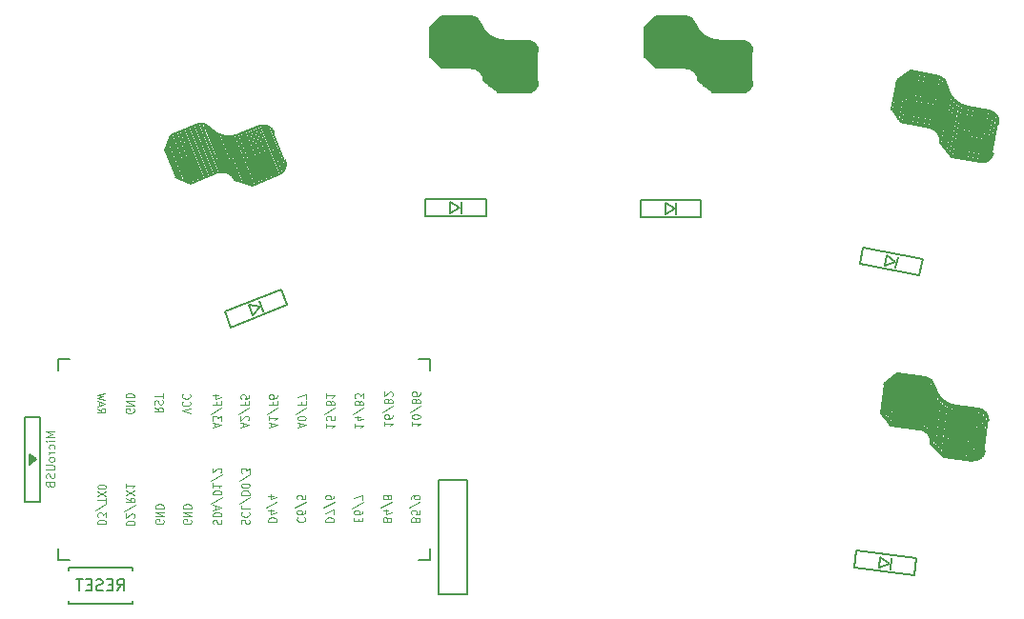
<source format=gbo>
%TF.GenerationSoftware,KiCad,Pcbnew,(5.1.9-0-10_14)*%
%TF.CreationDate,2021-06-22T22:50:01+09:00*%
%TF.ProjectId,quali5,7175616c-6935-42e6-9b69-6361645f7063,rev?*%
%TF.SameCoordinates,Original*%
%TF.FileFunction,Legend,Bot*%
%TF.FilePolarity,Positive*%
%FSLAX46Y46*%
G04 Gerber Fmt 4.6, Leading zero omitted, Abs format (unit mm)*
G04 Created by KiCad (PCBNEW (5.1.9-0-10_14)) date 2021-06-22 22:50:01*
%MOMM*%
%LPD*%
G01*
G04 APERTURE LIST*
%ADD10C,0.120000*%
%ADD11C,0.150000*%
%ADD12C,0.125000*%
G04 APERTURE END LIST*
D10*
%TO.C,SW2*%
X94541226Y-97482695D02*
X96226956Y-101655022D01*
X92760347Y-100682846D02*
X94541226Y-97482695D01*
X91130809Y-96649596D02*
X92760347Y-100682846D01*
X90238220Y-101647925D02*
X91130809Y-96649596D01*
X88571221Y-97521957D02*
X90238220Y-101647925D01*
D11*
X88153522Y-97555901D02*
X90564200Y-96581924D01*
X89895442Y-101867306D02*
X92282941Y-100902694D01*
X95378676Y-102024713D02*
X97742995Y-101069466D01*
X94169886Y-97497909D02*
X96001074Y-96758061D01*
X88593652Y-101314729D02*
X87600944Y-98857692D01*
X88153522Y-97555901D02*
X87587130Y-98890237D01*
X89895442Y-101867306D02*
X88561107Y-101300915D01*
X95378676Y-102024713D02*
X93812545Y-101551973D01*
X97009028Y-96917052D02*
X98357612Y-100254914D01*
X96795029Y-96787806D02*
X98293456Y-100496541D01*
X96618491Y-96751278D02*
X98191839Y-100645451D01*
X96441953Y-96714751D02*
X98090222Y-100794360D01*
X96284145Y-96724583D02*
X97969875Y-100896910D01*
X96126337Y-96734415D02*
X97830797Y-100953101D01*
X95987260Y-96790606D02*
X97710450Y-101055651D01*
X95848182Y-96846797D02*
X97571372Y-101111842D01*
X95709104Y-96902988D02*
X97432295Y-101168033D01*
X95570027Y-96959179D02*
X97293217Y-101224224D01*
X95430949Y-97015370D02*
X97154140Y-101280415D01*
X95291872Y-97071561D02*
X97015062Y-101336606D01*
X95152794Y-97127752D02*
X96875984Y-101392797D01*
X95013716Y-97183943D02*
X96736907Y-101448988D01*
X94874639Y-97240134D02*
X96597829Y-101505179D01*
X94735561Y-97296325D02*
X96458752Y-101561370D01*
X94596484Y-97352516D02*
X96319674Y-101617561D01*
X94457406Y-97408707D02*
X96180597Y-101673752D01*
X94318329Y-97464898D02*
X96041519Y-101729943D01*
X94179251Y-97521089D02*
X95902441Y-101786134D01*
X94040173Y-97577280D02*
X95744633Y-101795966D01*
X93882366Y-97587111D02*
X95624286Y-101898516D01*
X93743288Y-97643302D02*
X95485209Y-101954707D01*
X93604210Y-97699493D02*
X95327401Y-101964539D01*
X93446402Y-97709325D02*
X95150862Y-101928012D01*
X93269864Y-97672798D02*
X94974324Y-101891484D01*
X93112056Y-97682629D02*
X94779056Y-101808598D01*
X92935518Y-97646102D02*
X94602517Y-101772070D01*
X92758980Y-97609575D02*
X94407249Y-101689184D01*
X92582442Y-97573047D02*
X94230711Y-101652656D01*
X92387173Y-97490161D02*
X94054172Y-101616129D01*
X92191904Y-97407274D02*
X93858904Y-101533242D01*
X92024265Y-97259298D02*
X93578882Y-101107111D01*
X91875355Y-97157681D02*
X93429973Y-101005494D01*
X91707716Y-97009705D02*
X93262333Y-100857518D01*
X91558806Y-96908088D02*
X93132154Y-100802260D01*
X91372436Y-96713753D02*
X93020705Y-100793362D01*
X91223527Y-96612136D02*
X92909257Y-100784463D01*
X91046989Y-96575608D02*
X92751449Y-100794295D01*
X90870450Y-96539081D02*
X92574910Y-100757768D01*
X90712643Y-96548913D02*
X92435833Y-100813959D01*
X90573565Y-96605104D02*
X92296755Y-100870150D01*
X90434487Y-96661295D02*
X92138947Y-100879981D01*
X90295410Y-96717486D02*
X92018600Y-100982532D01*
X90156332Y-96773677D02*
X91879523Y-101038723D01*
X90017255Y-96829868D02*
X91740445Y-101094914D01*
X89878177Y-96886059D02*
X91601367Y-101151104D01*
X89739099Y-96942250D02*
X91462290Y-101207295D01*
X89600022Y-96998441D02*
X91323212Y-101263486D01*
X89460944Y-97054632D02*
X91184135Y-101319677D01*
X89321867Y-97110823D02*
X91045057Y-101375868D01*
X89182789Y-97167014D02*
X90905979Y-101432059D01*
X89043712Y-97223205D02*
X90766902Y-101488250D01*
X88904634Y-97279396D02*
X90627824Y-101544441D01*
X88765556Y-97335587D02*
X90488747Y-101600632D01*
X88626479Y-97391778D02*
X90349669Y-101656823D01*
X88487401Y-97447969D02*
X90210592Y-101713014D01*
X88348324Y-97504160D02*
X90071514Y-101769205D01*
X88209246Y-97560351D02*
X89932436Y-101825396D01*
X88107629Y-97709260D02*
X89755898Y-101788869D01*
X88024743Y-97904529D02*
X89560630Y-101705982D01*
X87941856Y-98099797D02*
X89365361Y-101623096D01*
X87858969Y-98295066D02*
X89170093Y-101540209D01*
X87803712Y-98425245D02*
X89039913Y-101484951D01*
X87748454Y-98555424D02*
X88909734Y-101429694D01*
X87693196Y-98685603D02*
X88779555Y-101374436D01*
X93812545Y-101551972D02*
G75*
G03*
X92282941Y-100902694I-1089441J-440163D01*
G01*
X91627002Y-96910838D02*
G75*
G03*
X94169886Y-97497909I1690654J1522272D01*
G01*
X97742995Y-101069466D02*
G75*
G03*
X98295572Y-99767675I-374607J927184D01*
G01*
X96001074Y-96758062D02*
G75*
G02*
X97302864Y-97310638I374607J-927183D01*
G01*
X90565575Y-96582672D02*
G75*
G02*
X91627001Y-96910838I311247J-873928D01*
G01*
D10*
%TO.C,SW4*%
X137190000Y-89270000D02*
X137190000Y-93770000D01*
X134340000Y-91570000D02*
X137190000Y-89270000D01*
X134340000Y-87220000D02*
X134340000Y-91570000D01*
X131640000Y-91520000D02*
X134340000Y-87220000D01*
X131640000Y-87070000D02*
X131640000Y-91520000D01*
D11*
X131240000Y-86945000D02*
X133840000Y-86945000D01*
X131240000Y-91595000D02*
X133815000Y-91595000D01*
X136265000Y-93795000D02*
X138815000Y-93795000D01*
X136840000Y-89145000D02*
X138815000Y-89145000D01*
X130240000Y-90595000D02*
X130240000Y-87945000D01*
X131240000Y-86945000D02*
X130215000Y-87970000D01*
X131240000Y-91595000D02*
X130215000Y-90570000D01*
X136265000Y-93795000D02*
X134990000Y-92770000D01*
X139690000Y-89670000D02*
X139690000Y-93270000D01*
X139540000Y-89470000D02*
X139540000Y-93470000D01*
X139390000Y-89370000D02*
X139390000Y-93570000D01*
X139240000Y-89270000D02*
X139240000Y-93670000D01*
X139090000Y-89220000D02*
X139090000Y-93720000D01*
X138940000Y-89170000D02*
X138940000Y-93720000D01*
X138790000Y-89170000D02*
X138790000Y-93770000D01*
X138640000Y-89170000D02*
X138640000Y-93770000D01*
X138490000Y-89170000D02*
X138490000Y-93770000D01*
X138340000Y-89170000D02*
X138340000Y-93770000D01*
X138190000Y-89170000D02*
X138190000Y-93770000D01*
X138040000Y-89170000D02*
X138040000Y-93770000D01*
X137890000Y-89170000D02*
X137890000Y-93770000D01*
X137740000Y-89170000D02*
X137740000Y-93770000D01*
X137590000Y-89170000D02*
X137590000Y-93770000D01*
X137440000Y-89170000D02*
X137440000Y-93770000D01*
X137290000Y-89170000D02*
X137290000Y-93770000D01*
X137140000Y-89170000D02*
X137140000Y-93770000D01*
X136990000Y-89170000D02*
X136990000Y-93770000D01*
X136840000Y-89170000D02*
X136840000Y-93770000D01*
X136690000Y-89170000D02*
X136690000Y-93720000D01*
X136540000Y-89120000D02*
X136540000Y-93770000D01*
X136390000Y-89120000D02*
X136390000Y-93770000D01*
X136240000Y-89120000D02*
X136240000Y-93720000D01*
X136090000Y-89070000D02*
X136090000Y-93620000D01*
X135940000Y-88970000D02*
X135940000Y-93520000D01*
X135790000Y-88920000D02*
X135790000Y-93370000D01*
X135640000Y-88820000D02*
X135640000Y-93270000D01*
X135490000Y-88720000D02*
X135490000Y-93120000D01*
X135340000Y-88620000D02*
X135340000Y-93020000D01*
X135190000Y-88470000D02*
X135190000Y-92920000D01*
X135040000Y-88320000D02*
X135040000Y-92770000D01*
X134940000Y-88120000D02*
X134940000Y-92270000D01*
X134840000Y-87970000D02*
X134840000Y-92120000D01*
X134740000Y-87770000D02*
X134740000Y-91920000D01*
X134640000Y-87620000D02*
X134640000Y-91820000D01*
X134540000Y-87370000D02*
X134540000Y-91770000D01*
X134440000Y-87220000D02*
X134440000Y-91720000D01*
X134290000Y-87120000D02*
X134290000Y-91670000D01*
X134140000Y-87020000D02*
X134140000Y-91570000D01*
X133990000Y-86970000D02*
X133990000Y-91570000D01*
X133840000Y-86970000D02*
X133840000Y-91570000D01*
X133690000Y-86970000D02*
X133690000Y-91520000D01*
X133540000Y-86970000D02*
X133540000Y-91570000D01*
X133390000Y-86970000D02*
X133390000Y-91570000D01*
X133240000Y-86970000D02*
X133240000Y-91570000D01*
X133090000Y-86970000D02*
X133090000Y-91570000D01*
X132940000Y-86970000D02*
X132940000Y-91570000D01*
X132790000Y-86970000D02*
X132790000Y-91570000D01*
X132640000Y-86970000D02*
X132640000Y-91570000D01*
X132490000Y-86970000D02*
X132490000Y-91570000D01*
X132340000Y-86970000D02*
X132340000Y-91570000D01*
X132190000Y-86970000D02*
X132190000Y-91570000D01*
X132040000Y-86970000D02*
X132040000Y-91570000D01*
X131890000Y-86970000D02*
X131890000Y-91570000D01*
X131740000Y-86970000D02*
X131740000Y-91570000D01*
X131590000Y-86970000D02*
X131590000Y-91570000D01*
X131440000Y-86970000D02*
X131440000Y-91570000D01*
X131290000Y-86970000D02*
X131290000Y-91570000D01*
X131140000Y-87070000D02*
X131140000Y-91470000D01*
X130990000Y-87220000D02*
X130990000Y-91320000D01*
X130840000Y-87370000D02*
X130840000Y-91170000D01*
X130690000Y-87520000D02*
X130690000Y-91020000D01*
X130590000Y-87620000D02*
X130590000Y-90920000D01*
X130490000Y-87720000D02*
X130490000Y-90820000D01*
X130390000Y-87820000D02*
X130390000Y-90720000D01*
X134990000Y-92770000D02*
G75*
G03*
X133815000Y-91595000I-1175000J0D01*
G01*
X134702199Y-87648096D02*
G75*
G03*
X136840000Y-89145000I2137801J778096D01*
G01*
X138815000Y-93795000D02*
G75*
G03*
X139815000Y-92795000I0J1000000D01*
G01*
X138815000Y-89145000D02*
G75*
G02*
X139815000Y-90145000I0J-1000000D01*
G01*
X133840995Y-86946209D02*
G75*
G02*
X134702199Y-87648096I-38796J-926887D01*
G01*
%TO.C,U1*%
X111160000Y-135290000D02*
X111160000Y-134280000D01*
X111160000Y-117490000D02*
X111160000Y-118490000D01*
X110160000Y-135290000D02*
X111160000Y-135290000D01*
X110110000Y-117490000D02*
X111160000Y-117490000D01*
X78110000Y-135290000D02*
X78110000Y-134340000D01*
X78110000Y-117490000D02*
X78110000Y-118490000D01*
X78110000Y-135290000D02*
X79110000Y-135290000D01*
X78110000Y-117490000D02*
X79110000Y-117490000D01*
X75210000Y-122640000D02*
X76510000Y-122640000D01*
X76510000Y-122640000D02*
X76510000Y-130140000D01*
X76510000Y-130140000D02*
X75210000Y-130140000D01*
X75210000Y-130140000D02*
X75210000Y-122640000D01*
X75560000Y-125890000D02*
X75560000Y-126890000D01*
X75560000Y-126890000D02*
X76210000Y-126390000D01*
X76210000Y-126390000D02*
X75560000Y-125890000D01*
X75710000Y-126040000D02*
X75710000Y-126740000D01*
X75860000Y-126140000D02*
X75860000Y-126640000D01*
X76010000Y-126240000D02*
X76010000Y-126540000D01*
%TO.C,D5*%
X152147208Y-135154662D02*
X152025338Y-136147208D01*
X151987018Y-135638748D02*
X151154662Y-135032792D01*
X151032792Y-136025338D02*
X151987018Y-135638748D01*
X151154662Y-135032792D02*
X151032792Y-136025338D01*
X149001527Y-134516543D02*
X148818723Y-136005362D01*
X154361277Y-135174638D02*
X154178473Y-136663457D01*
X149001527Y-134516543D02*
X154361277Y-135174638D01*
X154178473Y-136663457D02*
X148818723Y-136005362D01*
%TO.C,D4*%
X152692745Y-108389490D02*
X152510510Y-109372745D01*
X152503302Y-108862894D02*
X151709490Y-108207255D01*
X151527255Y-109190510D02*
X152503302Y-108862894D01*
X151709490Y-108207255D02*
X151527255Y-109190510D01*
X149591888Y-107560523D02*
X149318535Y-109035405D01*
X154901465Y-108544595D02*
X154628112Y-110019477D01*
X149591888Y-107560523D02*
X154901465Y-108544595D01*
X154628112Y-110019477D02*
X149318535Y-109035405D01*
%TO.C,D3*%
X133040000Y-103560000D02*
X133040000Y-104560000D01*
X132940000Y-104060000D02*
X132040000Y-103560000D01*
X132040000Y-104560000D02*
X132940000Y-104060000D01*
X132040000Y-103560000D02*
X132040000Y-104560000D01*
X129840000Y-103310000D02*
X129840000Y-104810000D01*
X135240000Y-103310000D02*
X135240000Y-104810000D01*
X129840000Y-103310000D02*
X135240000Y-103310000D01*
X135240000Y-104810000D02*
X129840000Y-104810000D01*
%TO.C,D2*%
X113910000Y-103490000D02*
X113910000Y-104490000D01*
X113810000Y-103990000D02*
X112910000Y-103490000D01*
X112910000Y-104490000D02*
X113810000Y-103990000D01*
X112910000Y-103490000D02*
X112910000Y-104490000D01*
X110710000Y-103240000D02*
X110710000Y-104740000D01*
X116110000Y-103240000D02*
X116110000Y-104740000D01*
X110710000Y-103240000D02*
X116110000Y-103240000D01*
X116110000Y-104740000D02*
X110710000Y-104740000D01*
%TO.C,D1*%
X95986289Y-112299105D02*
X96360895Y-113226289D01*
X96080874Y-112800157D02*
X95059105Y-112673711D01*
X95433711Y-113600895D02*
X96080874Y-112800157D01*
X95059105Y-112673711D02*
X95433711Y-113600895D01*
X92925649Y-113266050D02*
X93487559Y-114656826D01*
X97932441Y-111243174D02*
X98494351Y-112633950D01*
X92925649Y-113266050D02*
X97932441Y-111243174D01*
X98494351Y-112633950D02*
X93487559Y-114656826D01*
D10*
%TO.C,SW6*%
X158244369Y-121800670D02*
X157695957Y-126267128D01*
X155135313Y-123736199D02*
X158244369Y-121800670D01*
X155665444Y-119418623D02*
X155135313Y-123736199D01*
X152461532Y-123357524D02*
X155665444Y-119418623D01*
X153003850Y-118940694D02*
X152461532Y-123357524D01*
D11*
X152622065Y-118767878D02*
X155202685Y-119084738D01*
X152055373Y-123383217D02*
X154611179Y-123697031D01*
X156774805Y-126179212D02*
X159305797Y-126489979D01*
X157912211Y-121633948D02*
X159872490Y-121874640D01*
X151184696Y-122268802D02*
X151507650Y-119638555D01*
X152622065Y-118767878D02*
X151479789Y-119660321D01*
X152055373Y-123383217D02*
X151162929Y-122240941D01*
X156774805Y-126179212D02*
X155634224Y-125006469D01*
X160676986Y-122502362D02*
X160238257Y-126075528D01*
X160552478Y-122285572D02*
X160065001Y-126255757D01*
X160415783Y-122168037D02*
X159903932Y-126336731D01*
X160279088Y-122050502D02*
X159742863Y-126417705D01*
X160136300Y-121982595D02*
X159587888Y-126449052D01*
X159993511Y-121914687D02*
X159439006Y-126430772D01*
X159844630Y-121896406D02*
X159284031Y-126462119D01*
X159695748Y-121878126D02*
X159135149Y-126443838D01*
X159546866Y-121859846D02*
X158986267Y-126425558D01*
X159397984Y-121841565D02*
X158837385Y-126407278D01*
X159249102Y-121823285D02*
X158688503Y-126388997D01*
X159100220Y-121805004D02*
X158539621Y-126370717D01*
X158951338Y-121786724D02*
X158390739Y-126352436D01*
X158802456Y-121768444D02*
X158241857Y-126334156D01*
X158653574Y-121750163D02*
X158092975Y-126315876D01*
X158504692Y-121731883D02*
X157944093Y-126297595D01*
X158355810Y-121713602D02*
X157795211Y-126279315D01*
X158206928Y-121695322D02*
X157646329Y-126261034D01*
X158058046Y-121677042D02*
X157497447Y-126242754D01*
X157909165Y-121658761D02*
X157348566Y-126224474D01*
X157760283Y-121640481D02*
X157205777Y-126156566D01*
X157617494Y-121572573D02*
X157050802Y-126187913D01*
X157468612Y-121554293D02*
X156901920Y-126169632D01*
X157319730Y-121536012D02*
X156759131Y-126101725D01*
X157176942Y-121468105D02*
X156622436Y-125984190D01*
X157040247Y-121350570D02*
X156485741Y-125866655D01*
X156897458Y-121282662D02*
X156355140Y-125699492D01*
X156760763Y-121165127D02*
X156218445Y-125581957D01*
X156624068Y-121047592D02*
X156087843Y-125414795D01*
X156487373Y-120930057D02*
X155951148Y-125297260D01*
X156356772Y-120762895D02*
X155814453Y-125179725D01*
X156226170Y-120595732D02*
X155683852Y-125012563D01*
X156151290Y-120385036D02*
X155645532Y-124504103D01*
X156070315Y-120223967D02*
X155564558Y-124343034D01*
X155995435Y-120013271D02*
X155489677Y-124132338D01*
X155914460Y-119852202D02*
X155402609Y-124020896D01*
X155845673Y-119591879D02*
X155309448Y-123959082D01*
X155764699Y-119430810D02*
X155216287Y-123897268D01*
X155628004Y-119313275D02*
X155073498Y-123829360D01*
X155491309Y-119195740D02*
X154936803Y-123711825D01*
X155348521Y-119127832D02*
X154787922Y-123693544D01*
X155199639Y-119109552D02*
X154639040Y-123675264D01*
X155050757Y-119091271D02*
X154496251Y-123607356D01*
X154901875Y-119072991D02*
X154341276Y-123638703D01*
X154752993Y-119054710D02*
X154192394Y-123620423D01*
X154604111Y-119036430D02*
X154043512Y-123602142D01*
X154455229Y-119018150D02*
X153894630Y-123583862D01*
X154306347Y-118999869D02*
X153745748Y-123565582D01*
X154157465Y-118981589D02*
X153596866Y-123547301D01*
X154008583Y-118963308D02*
X153447984Y-123529021D01*
X153859701Y-118945028D02*
X153299102Y-123510740D01*
X153710819Y-118926748D02*
X153150220Y-123492460D01*
X153561937Y-118908467D02*
X153001338Y-123474180D01*
X153413056Y-118890187D02*
X152852457Y-123455899D01*
X153264174Y-118871906D02*
X152703575Y-123437619D01*
X153115292Y-118853626D02*
X152554693Y-123419338D01*
X152966410Y-118835346D02*
X152405811Y-123401058D01*
X152817528Y-118817065D02*
X152256929Y-123382778D01*
X152668646Y-118798785D02*
X152108047Y-123364497D01*
X152507577Y-118879759D02*
X151971352Y-123246962D01*
X152340415Y-119010361D02*
X151840750Y-123079800D01*
X152173252Y-119140962D02*
X151710149Y-122912638D01*
X152006090Y-119271564D02*
X151579547Y-122745475D01*
X151894649Y-119358631D02*
X151492480Y-122634034D01*
X151783207Y-119445699D02*
X151405412Y-122522592D01*
X151671765Y-119532767D02*
X151318344Y-122411151D01*
X155634225Y-125006469D02*
G75*
G03*
X154611179Y-123697031I-1166242J143196D01*
G01*
X155972771Y-119887669D02*
G75*
G03*
X157912211Y-121633948I2216693J511764D01*
G01*
X159305798Y-126489979D02*
G75*
G03*
X160420213Y-125619302I121869J992546D01*
G01*
X159872490Y-121874640D02*
G75*
G02*
X160743167Y-122989055I-121869J-992546D01*
G01*
X155203526Y-119086059D02*
G75*
G02*
X155972772Y-119887669I-151466J-915250D01*
G01*
%TO.C,SW3*%
X111340000Y-87820000D02*
X111340000Y-90720000D01*
X111440000Y-87720000D02*
X111440000Y-90820000D01*
X111540000Y-87620000D02*
X111540000Y-90920000D01*
X111640000Y-87520000D02*
X111640000Y-91020000D01*
X111790000Y-87370000D02*
X111790000Y-91170000D01*
X111940000Y-87220000D02*
X111940000Y-91320000D01*
X112090000Y-87070000D02*
X112090000Y-91470000D01*
X112240000Y-86970000D02*
X112240000Y-91570000D01*
X112390000Y-86970000D02*
X112390000Y-91570000D01*
X112540000Y-86970000D02*
X112540000Y-91570000D01*
X112690000Y-86970000D02*
X112690000Y-91570000D01*
X112840000Y-86970000D02*
X112840000Y-91570000D01*
X112990000Y-86970000D02*
X112990000Y-91570000D01*
X113140000Y-86970000D02*
X113140000Y-91570000D01*
X113290000Y-86970000D02*
X113290000Y-91570000D01*
X113440000Y-86970000D02*
X113440000Y-91570000D01*
X113590000Y-86970000D02*
X113590000Y-91570000D01*
X113740000Y-86970000D02*
X113740000Y-91570000D01*
X113890000Y-86970000D02*
X113890000Y-91570000D01*
X114040000Y-86970000D02*
X114040000Y-91570000D01*
X114190000Y-86970000D02*
X114190000Y-91570000D01*
X114340000Y-86970000D02*
X114340000Y-91570000D01*
X114490000Y-86970000D02*
X114490000Y-91570000D01*
X114640000Y-86970000D02*
X114640000Y-91520000D01*
X114790000Y-86970000D02*
X114790000Y-91570000D01*
X114940000Y-86970000D02*
X114940000Y-91570000D01*
X115090000Y-87020000D02*
X115090000Y-91570000D01*
X115240000Y-87120000D02*
X115240000Y-91670000D01*
X115390000Y-87220000D02*
X115390000Y-91720000D01*
X115490000Y-87370000D02*
X115490000Y-91770000D01*
X115590000Y-87620000D02*
X115590000Y-91820000D01*
X115690000Y-87770000D02*
X115690000Y-91920000D01*
X115790000Y-87970000D02*
X115790000Y-92120000D01*
X115890000Y-88120000D02*
X115890000Y-92270000D01*
X115990000Y-88320000D02*
X115990000Y-92770000D01*
X116140000Y-88470000D02*
X116140000Y-92920000D01*
X116290000Y-88620000D02*
X116290000Y-93020000D01*
X116440000Y-88720000D02*
X116440000Y-93120000D01*
X116590000Y-88820000D02*
X116590000Y-93270000D01*
X116740000Y-88920000D02*
X116740000Y-93370000D01*
X116890000Y-88970000D02*
X116890000Y-93520000D01*
X117040000Y-89070000D02*
X117040000Y-93620000D01*
X117190000Y-89120000D02*
X117190000Y-93720000D01*
X117340000Y-89120000D02*
X117340000Y-93770000D01*
X117490000Y-89120000D02*
X117490000Y-93770000D01*
X117640000Y-89170000D02*
X117640000Y-93720000D01*
X117790000Y-89170000D02*
X117790000Y-93770000D01*
X117940000Y-89170000D02*
X117940000Y-93770000D01*
X118090000Y-89170000D02*
X118090000Y-93770000D01*
X118240000Y-89170000D02*
X118240000Y-93770000D01*
X118390000Y-89170000D02*
X118390000Y-93770000D01*
X118540000Y-89170000D02*
X118540000Y-93770000D01*
X118690000Y-89170000D02*
X118690000Y-93770000D01*
X118840000Y-89170000D02*
X118840000Y-93770000D01*
X118990000Y-89170000D02*
X118990000Y-93770000D01*
X119140000Y-89170000D02*
X119140000Y-93770000D01*
X119290000Y-89170000D02*
X119290000Y-93770000D01*
X119440000Y-89170000D02*
X119440000Y-93770000D01*
X119590000Y-89170000D02*
X119590000Y-93770000D01*
X119740000Y-89170000D02*
X119740000Y-93770000D01*
X119890000Y-89170000D02*
X119890000Y-93720000D01*
X120040000Y-89220000D02*
X120040000Y-93720000D01*
X120190000Y-89270000D02*
X120190000Y-93670000D01*
X120340000Y-89370000D02*
X120340000Y-93570000D01*
X120490000Y-89470000D02*
X120490000Y-93470000D01*
X120640000Y-89670000D02*
X120640000Y-93270000D01*
X117215000Y-93795000D02*
X115940000Y-92770000D01*
X112190000Y-91595000D02*
X111165000Y-90570000D01*
X112190000Y-86945000D02*
X111165000Y-87970000D01*
X111190000Y-90595000D02*
X111190000Y-87945000D01*
X117790000Y-89145000D02*
X119765000Y-89145000D01*
X117215000Y-93795000D02*
X119765000Y-93795000D01*
X112190000Y-91595000D02*
X114765000Y-91595000D01*
X112190000Y-86945000D02*
X114790000Y-86945000D01*
D10*
X112590000Y-87070000D02*
X112590000Y-91520000D01*
X112590000Y-91520000D02*
X115290000Y-87220000D01*
X115290000Y-87220000D02*
X115290000Y-91570000D01*
X115290000Y-91570000D02*
X118140000Y-89270000D01*
X118140000Y-89270000D02*
X118140000Y-93770000D01*
D11*
X114790995Y-86946209D02*
G75*
G02*
X115652199Y-87648096I-38796J-926887D01*
G01*
X119765000Y-89145000D02*
G75*
G02*
X120765000Y-90145000I0J-1000000D01*
G01*
X119765000Y-93795000D02*
G75*
G03*
X120765000Y-92795000I0J1000000D01*
G01*
X115652199Y-87648096D02*
G75*
G03*
X117790000Y-89145000I2137801J778096D01*
G01*
X115940000Y-92770000D02*
G75*
G03*
X114765000Y-91595000I-1175000J0D01*
G01*
%TO.C,OL1*%
X114480000Y-138360000D02*
X111940000Y-138360000D01*
X114480000Y-128200000D02*
X114480000Y-138360000D01*
X111940000Y-128200000D02*
X114480000Y-128200000D01*
X111940000Y-138360000D02*
X111940000Y-128200000D01*
%TO.C,SW1*%
X79060000Y-135990000D02*
X79060000Y-136240000D01*
X84760000Y-135990000D02*
X79060000Y-135990000D01*
X84760000Y-135990000D02*
X84760000Y-136240000D01*
X84760000Y-139190000D02*
X84760000Y-138940000D01*
X79060000Y-139190000D02*
X79060000Y-138940000D01*
X84760000Y-139190000D02*
X79060000Y-139190000D01*
%TO.C,SW5*%
X152815433Y-92551270D02*
X152286950Y-95402709D01*
X152931982Y-92471168D02*
X152367052Y-95519258D01*
X153048531Y-92391066D02*
X152447154Y-95635807D01*
X153165080Y-92310964D02*
X152527256Y-95752356D01*
X153339904Y-92190811D02*
X152647409Y-95927180D01*
X153514727Y-92070658D02*
X152767562Y-96102004D01*
X153689551Y-91950506D02*
X152887715Y-96276827D01*
X153855263Y-91879515D02*
X153016979Y-96402488D01*
X154002751Y-91906851D02*
X153164467Y-96429823D01*
X154150239Y-91934186D02*
X153311956Y-96457159D01*
X154297727Y-91961521D02*
X153459444Y-96484494D01*
X154445216Y-91988857D02*
X153606932Y-96511829D01*
X154592704Y-92016192D02*
X153754420Y-96539165D01*
X154740192Y-92043527D02*
X153901909Y-96566500D01*
X154887680Y-92070863D02*
X154049397Y-96593835D01*
X155035169Y-92098198D02*
X154196885Y-96621171D01*
X155182657Y-92125533D02*
X154344373Y-96648506D01*
X155330145Y-92152869D02*
X154491862Y-96675841D01*
X155477633Y-92180204D02*
X154639350Y-96703177D01*
X155625122Y-92207539D02*
X154786838Y-96730512D01*
X155772610Y-92234875D02*
X154934326Y-96757847D01*
X155920098Y-92262210D02*
X155081815Y-96785183D01*
X156067586Y-92289545D02*
X155229303Y-96812518D01*
X156215074Y-92316881D02*
X155385903Y-96790690D01*
X156362563Y-92344216D02*
X155524279Y-96867189D01*
X156510051Y-92371551D02*
X155671768Y-96894524D01*
X156648427Y-92448049D02*
X155819256Y-96921859D01*
X156777692Y-92573710D02*
X155948520Y-97047520D01*
X156906957Y-92699371D02*
X156086897Y-97124018D01*
X156977947Y-92865083D02*
X156176111Y-97191404D01*
X157030714Y-93129120D02*
X156265324Y-97258791D01*
X157101704Y-93294832D02*
X156345426Y-97375340D01*
X157163582Y-93509706D02*
X156407305Y-97590214D01*
X157234572Y-93675418D02*
X156478295Y-97755926D01*
X157296451Y-93890293D02*
X156485503Y-98265777D01*
X157416604Y-94065116D02*
X156605655Y-98440601D01*
X157536756Y-94239940D02*
X156734920Y-98566261D01*
X157666021Y-94365601D02*
X156864185Y-98691922D01*
X157795286Y-94491261D02*
X156984338Y-98866746D01*
X157924550Y-94616922D02*
X157113602Y-98992407D01*
X158062927Y-94693420D02*
X157233755Y-99167230D01*
X158192192Y-94819081D02*
X157363020Y-99292891D01*
X158330568Y-94895579D02*
X157492285Y-99418552D01*
X158478056Y-94922915D02*
X157630661Y-99495050D01*
X158625545Y-94950250D02*
X157778149Y-99522385D01*
X158763921Y-95026748D02*
X157934749Y-99500558D01*
X158911409Y-95054083D02*
X158073126Y-99577056D01*
X159058897Y-95081419D02*
X158220614Y-99604391D01*
X159206386Y-95108754D02*
X158368102Y-99631727D01*
X159353874Y-95136089D02*
X158515591Y-99659062D01*
X159501362Y-95163425D02*
X158663079Y-99686397D01*
X159648850Y-95190760D02*
X158810567Y-99713733D01*
X159796339Y-95218095D02*
X158958055Y-99741068D01*
X159943827Y-95245431D02*
X159105543Y-99768403D01*
X160091315Y-95272766D02*
X159253032Y-99795739D01*
X160238803Y-95300101D02*
X159400520Y-99823074D01*
X160386292Y-95327437D02*
X159548008Y-99850409D01*
X160533780Y-95354772D02*
X159695496Y-99877745D01*
X160681268Y-95382107D02*
X159842985Y-99905080D01*
X160828756Y-95409443D02*
X159990473Y-99932415D01*
X160976245Y-95436778D02*
X160147073Y-99910588D01*
X161114621Y-95513276D02*
X160294561Y-99937923D01*
X161252997Y-95589774D02*
X160451161Y-99916096D01*
X161382262Y-95715435D02*
X160616873Y-99845105D01*
X161511527Y-95841096D02*
X160782585Y-99774115D01*
X161622568Y-96065082D02*
X160966520Y-99604800D01*
X157503198Y-99496852D02*
X156436340Y-98256665D01*
X152963261Y-96417958D02*
X152142216Y-95223330D01*
X153810656Y-91845822D02*
X152616028Y-92666867D01*
X152162241Y-95252467D02*
X152645165Y-92646842D01*
X158915965Y-95029502D02*
X160857894Y-95389417D01*
X157503198Y-99496852D02*
X160010498Y-99961552D01*
X152963261Y-96417958D02*
X155495142Y-96887214D01*
X153810656Y-91845822D02*
X156367119Y-92319635D01*
D10*
X154181178Y-92041623D02*
X153370230Y-96417108D01*
X153370230Y-96417108D02*
X156808631Y-92681147D01*
X156808631Y-92681147D02*
X156015907Y-96958306D01*
X156015907Y-96958306D02*
X159237325Y-95216191D01*
X159237325Y-95216191D02*
X158417265Y-99640838D01*
D11*
X156367876Y-92321004D02*
G75*
G02*
X157086751Y-93168080I-207058J-904297D01*
G01*
X160857894Y-95389417D02*
G75*
G02*
X161658913Y-96554908I-182236J-983255D01*
G01*
X160010499Y-99961553D02*
G75*
G03*
X161175989Y-99160533I182235J983255D01*
G01*
X157086751Y-93168080D02*
G75*
G03*
X158915965Y-95029502I2243800J375483D01*
G01*
X156436340Y-98256666D02*
G75*
G03*
X155495142Y-96887214I-1155325J214127D01*
G01*
%TO.C,U1*%
D10*
X77799285Y-123893571D02*
X77049285Y-123893571D01*
X77585000Y-124143571D01*
X77049285Y-124393571D01*
X77799285Y-124393571D01*
X77799285Y-124750714D02*
X77299285Y-124750714D01*
X77049285Y-124750714D02*
X77085000Y-124715000D01*
X77120714Y-124750714D01*
X77085000Y-124786428D01*
X77049285Y-124750714D01*
X77120714Y-124750714D01*
X77763571Y-125429285D02*
X77799285Y-125357857D01*
X77799285Y-125215000D01*
X77763571Y-125143571D01*
X77727857Y-125107857D01*
X77656428Y-125072142D01*
X77442142Y-125072142D01*
X77370714Y-125107857D01*
X77335000Y-125143571D01*
X77299285Y-125215000D01*
X77299285Y-125357857D01*
X77335000Y-125429285D01*
X77799285Y-125750714D02*
X77299285Y-125750714D01*
X77442142Y-125750714D02*
X77370714Y-125786428D01*
X77335000Y-125822142D01*
X77299285Y-125893571D01*
X77299285Y-125965000D01*
X77799285Y-126322142D02*
X77763571Y-126250714D01*
X77727857Y-126215000D01*
X77656428Y-126179285D01*
X77442142Y-126179285D01*
X77370714Y-126215000D01*
X77335000Y-126250714D01*
X77299285Y-126322142D01*
X77299285Y-126429285D01*
X77335000Y-126500714D01*
X77370714Y-126536428D01*
X77442142Y-126572142D01*
X77656428Y-126572142D01*
X77727857Y-126536428D01*
X77763571Y-126500714D01*
X77799285Y-126429285D01*
X77799285Y-126322142D01*
X77049285Y-126893571D02*
X77656428Y-126893571D01*
X77727857Y-126929285D01*
X77763571Y-126965000D01*
X77799285Y-127036428D01*
X77799285Y-127179285D01*
X77763571Y-127250714D01*
X77727857Y-127286428D01*
X77656428Y-127322142D01*
X77049285Y-127322142D01*
X77763571Y-127643571D02*
X77799285Y-127750714D01*
X77799285Y-127929285D01*
X77763571Y-128000714D01*
X77727857Y-128036428D01*
X77656428Y-128072142D01*
X77585000Y-128072142D01*
X77513571Y-128036428D01*
X77477857Y-128000714D01*
X77442142Y-127929285D01*
X77406428Y-127786428D01*
X77370714Y-127715000D01*
X77335000Y-127679285D01*
X77263571Y-127643571D01*
X77192142Y-127643571D01*
X77120714Y-127679285D01*
X77085000Y-127715000D01*
X77049285Y-127786428D01*
X77049285Y-127965000D01*
X77085000Y-128072142D01*
X77406428Y-128643571D02*
X77442142Y-128750714D01*
X77477857Y-128786428D01*
X77549285Y-128822142D01*
X77656428Y-128822142D01*
X77727857Y-128786428D01*
X77763571Y-128750714D01*
X77799285Y-128679285D01*
X77799285Y-128393571D01*
X77049285Y-128393571D01*
X77049285Y-128643571D01*
X77085000Y-128715000D01*
X77120714Y-128750714D01*
X77192142Y-128786428D01*
X77263571Y-128786428D01*
X77335000Y-128750714D01*
X77370714Y-128715000D01*
X77406428Y-128643571D01*
X77406428Y-128393571D01*
D12*
X107363571Y-131686190D02*
X107327857Y-131590476D01*
X107292142Y-131558571D01*
X107220714Y-131526666D01*
X107113571Y-131526666D01*
X107042142Y-131558571D01*
X107006428Y-131590476D01*
X106970714Y-131654285D01*
X106970714Y-131909523D01*
X107720714Y-131909523D01*
X107720714Y-131686190D01*
X107685000Y-131622380D01*
X107649285Y-131590476D01*
X107577857Y-131558571D01*
X107506428Y-131558571D01*
X107435000Y-131590476D01*
X107399285Y-131622380D01*
X107363571Y-131686190D01*
X107363571Y-131909523D01*
X107470714Y-130952380D02*
X106970714Y-130952380D01*
X107756428Y-131111904D02*
X107220714Y-131271428D01*
X107220714Y-130856666D01*
X107756428Y-130122857D02*
X106792142Y-130697142D01*
X107399285Y-129803809D02*
X107435000Y-129867619D01*
X107470714Y-129899523D01*
X107542142Y-129931428D01*
X107577857Y-129931428D01*
X107649285Y-129899523D01*
X107685000Y-129867619D01*
X107720714Y-129803809D01*
X107720714Y-129676190D01*
X107685000Y-129612380D01*
X107649285Y-129580476D01*
X107577857Y-129548571D01*
X107542142Y-129548571D01*
X107470714Y-129580476D01*
X107435000Y-129612380D01*
X107399285Y-129676190D01*
X107399285Y-129803809D01*
X107363571Y-129867619D01*
X107327857Y-129899523D01*
X107256428Y-129931428D01*
X107113571Y-129931428D01*
X107042142Y-129899523D01*
X107006428Y-129867619D01*
X106970714Y-129803809D01*
X106970714Y-129676190D01*
X107006428Y-129612380D01*
X107042142Y-129580476D01*
X107113571Y-129548571D01*
X107256428Y-129548571D01*
X107327857Y-129580476D01*
X107363571Y-129612380D01*
X107399285Y-129676190D01*
X84170714Y-132213571D02*
X84920714Y-132213571D01*
X84920714Y-132054047D01*
X84885000Y-131958333D01*
X84813571Y-131894523D01*
X84742142Y-131862619D01*
X84599285Y-131830714D01*
X84492142Y-131830714D01*
X84349285Y-131862619D01*
X84277857Y-131894523D01*
X84206428Y-131958333D01*
X84170714Y-132054047D01*
X84170714Y-132213571D01*
X84849285Y-131575476D02*
X84885000Y-131543571D01*
X84920714Y-131479761D01*
X84920714Y-131320238D01*
X84885000Y-131256428D01*
X84849285Y-131224523D01*
X84777857Y-131192619D01*
X84706428Y-131192619D01*
X84599285Y-131224523D01*
X84170714Y-131607380D01*
X84170714Y-131192619D01*
X84956428Y-130426904D02*
X83992142Y-131001190D01*
X84170714Y-129820714D02*
X84527857Y-130044047D01*
X84170714Y-130203571D02*
X84920714Y-130203571D01*
X84920714Y-129948333D01*
X84885000Y-129884523D01*
X84849285Y-129852619D01*
X84777857Y-129820714D01*
X84670714Y-129820714D01*
X84599285Y-129852619D01*
X84563571Y-129884523D01*
X84527857Y-129948333D01*
X84527857Y-130203571D01*
X84920714Y-129597380D02*
X84170714Y-129150714D01*
X84920714Y-129150714D02*
X84170714Y-129597380D01*
X84170714Y-128544523D02*
X84170714Y-128927380D01*
X84170714Y-128735952D02*
X84920714Y-128735952D01*
X84813571Y-128799761D01*
X84742142Y-128863571D01*
X84706428Y-128927380D01*
X109863571Y-131686190D02*
X109827857Y-131590476D01*
X109792142Y-131558571D01*
X109720714Y-131526666D01*
X109613571Y-131526666D01*
X109542142Y-131558571D01*
X109506428Y-131590476D01*
X109470714Y-131654285D01*
X109470714Y-131909523D01*
X110220714Y-131909523D01*
X110220714Y-131686190D01*
X110185000Y-131622380D01*
X110149285Y-131590476D01*
X110077857Y-131558571D01*
X110006428Y-131558571D01*
X109935000Y-131590476D01*
X109899285Y-131622380D01*
X109863571Y-131686190D01*
X109863571Y-131909523D01*
X110220714Y-130920476D02*
X110220714Y-131239523D01*
X109863571Y-131271428D01*
X109899285Y-131239523D01*
X109935000Y-131175714D01*
X109935000Y-131016190D01*
X109899285Y-130952380D01*
X109863571Y-130920476D01*
X109792142Y-130888571D01*
X109613571Y-130888571D01*
X109542142Y-130920476D01*
X109506428Y-130952380D01*
X109470714Y-131016190D01*
X109470714Y-131175714D01*
X109506428Y-131239523D01*
X109542142Y-131271428D01*
X110256428Y-130122857D02*
X109292142Y-130697142D01*
X109470714Y-129867619D02*
X109470714Y-129740000D01*
X109506428Y-129676190D01*
X109542142Y-129644285D01*
X109649285Y-129580476D01*
X109792142Y-129548571D01*
X110077857Y-129548571D01*
X110149285Y-129580476D01*
X110185000Y-129612380D01*
X110220714Y-129676190D01*
X110220714Y-129803809D01*
X110185000Y-129867619D01*
X110149285Y-129899523D01*
X110077857Y-129931428D01*
X109899285Y-129931428D01*
X109827857Y-129899523D01*
X109792142Y-129867619D01*
X109756428Y-129803809D01*
X109756428Y-129676190D01*
X109792142Y-129612380D01*
X109827857Y-129580476D01*
X109899285Y-129548571D01*
X99392142Y-131526666D02*
X99356428Y-131558571D01*
X99320714Y-131654285D01*
X99320714Y-131718095D01*
X99356428Y-131813809D01*
X99427857Y-131877619D01*
X99499285Y-131909523D01*
X99642142Y-131941428D01*
X99749285Y-131941428D01*
X99892142Y-131909523D01*
X99963571Y-131877619D01*
X100035000Y-131813809D01*
X100070714Y-131718095D01*
X100070714Y-131654285D01*
X100035000Y-131558571D01*
X99999285Y-131526666D01*
X100070714Y-130952380D02*
X100070714Y-131080000D01*
X100035000Y-131143809D01*
X99999285Y-131175714D01*
X99892142Y-131239523D01*
X99749285Y-131271428D01*
X99463571Y-131271428D01*
X99392142Y-131239523D01*
X99356428Y-131207619D01*
X99320714Y-131143809D01*
X99320714Y-131016190D01*
X99356428Y-130952380D01*
X99392142Y-130920476D01*
X99463571Y-130888571D01*
X99642142Y-130888571D01*
X99713571Y-130920476D01*
X99749285Y-130952380D01*
X99785000Y-131016190D01*
X99785000Y-131143809D01*
X99749285Y-131207619D01*
X99713571Y-131239523D01*
X99642142Y-131271428D01*
X100106428Y-130122857D02*
X99142142Y-130697142D01*
X100070714Y-129580476D02*
X100070714Y-129899523D01*
X99713571Y-129931428D01*
X99749285Y-129899523D01*
X99785000Y-129835714D01*
X99785000Y-129676190D01*
X99749285Y-129612380D01*
X99713571Y-129580476D01*
X99642142Y-129548571D01*
X99463571Y-129548571D01*
X99392142Y-129580476D01*
X99356428Y-129612380D01*
X99320714Y-129676190D01*
X99320714Y-129835714D01*
X99356428Y-129899523D01*
X99392142Y-129931428D01*
X94406428Y-132117619D02*
X94370714Y-132021904D01*
X94370714Y-131862380D01*
X94406428Y-131798571D01*
X94442142Y-131766666D01*
X94513571Y-131734761D01*
X94585000Y-131734761D01*
X94656428Y-131766666D01*
X94692142Y-131798571D01*
X94727857Y-131862380D01*
X94763571Y-131990000D01*
X94799285Y-132053809D01*
X94835000Y-132085714D01*
X94906428Y-132117619D01*
X94977857Y-132117619D01*
X95049285Y-132085714D01*
X95085000Y-132053809D01*
X95120714Y-131990000D01*
X95120714Y-131830476D01*
X95085000Y-131734761D01*
X94442142Y-131064761D02*
X94406428Y-131096666D01*
X94370714Y-131192380D01*
X94370714Y-131256190D01*
X94406428Y-131351904D01*
X94477857Y-131415714D01*
X94549285Y-131447619D01*
X94692142Y-131479523D01*
X94799285Y-131479523D01*
X94942142Y-131447619D01*
X95013571Y-131415714D01*
X95085000Y-131351904D01*
X95120714Y-131256190D01*
X95120714Y-131192380D01*
X95085000Y-131096666D01*
X95049285Y-131064761D01*
X94370714Y-130458571D02*
X94370714Y-130777619D01*
X95120714Y-130777619D01*
X95156428Y-129756666D02*
X94192142Y-130330952D01*
X94370714Y-129533333D02*
X95120714Y-129533333D01*
X95120714Y-129373809D01*
X95085000Y-129278095D01*
X95013571Y-129214285D01*
X94942142Y-129182380D01*
X94799285Y-129150476D01*
X94692142Y-129150476D01*
X94549285Y-129182380D01*
X94477857Y-129214285D01*
X94406428Y-129278095D01*
X94370714Y-129373809D01*
X94370714Y-129533333D01*
X95120714Y-128735714D02*
X95120714Y-128671904D01*
X95085000Y-128608095D01*
X95049285Y-128576190D01*
X94977857Y-128544285D01*
X94835000Y-128512380D01*
X94656428Y-128512380D01*
X94513571Y-128544285D01*
X94442142Y-128576190D01*
X94406428Y-128608095D01*
X94370714Y-128671904D01*
X94370714Y-128735714D01*
X94406428Y-128799523D01*
X94442142Y-128831428D01*
X94513571Y-128863333D01*
X94656428Y-128895238D01*
X94835000Y-128895238D01*
X94977857Y-128863333D01*
X95049285Y-128831428D01*
X95085000Y-128799523D01*
X95120714Y-128735714D01*
X95156428Y-127746666D02*
X94192142Y-128320952D01*
X95120714Y-127587142D02*
X95120714Y-127172380D01*
X94835000Y-127395714D01*
X94835000Y-127300000D01*
X94799285Y-127236190D01*
X94763571Y-127204285D01*
X94692142Y-127172380D01*
X94513571Y-127172380D01*
X94442142Y-127204285D01*
X94406428Y-127236190D01*
X94370714Y-127300000D01*
X94370714Y-127491428D01*
X94406428Y-127555238D01*
X94442142Y-127587142D01*
X91906428Y-132133571D02*
X91870714Y-132037857D01*
X91870714Y-131878333D01*
X91906428Y-131814523D01*
X91942142Y-131782619D01*
X92013571Y-131750714D01*
X92085000Y-131750714D01*
X92156428Y-131782619D01*
X92192142Y-131814523D01*
X92227857Y-131878333D01*
X92263571Y-132005952D01*
X92299285Y-132069761D01*
X92335000Y-132101666D01*
X92406428Y-132133571D01*
X92477857Y-132133571D01*
X92549285Y-132101666D01*
X92585000Y-132069761D01*
X92620714Y-132005952D01*
X92620714Y-131846428D01*
X92585000Y-131750714D01*
X91870714Y-131463571D02*
X92620714Y-131463571D01*
X92620714Y-131304047D01*
X92585000Y-131208333D01*
X92513571Y-131144523D01*
X92442142Y-131112619D01*
X92299285Y-131080714D01*
X92192142Y-131080714D01*
X92049285Y-131112619D01*
X91977857Y-131144523D01*
X91906428Y-131208333D01*
X91870714Y-131304047D01*
X91870714Y-131463571D01*
X92085000Y-130825476D02*
X92085000Y-130506428D01*
X91870714Y-130889285D02*
X92620714Y-130665952D01*
X91870714Y-130442619D01*
X92656428Y-129740714D02*
X91692142Y-130315000D01*
X91870714Y-129517380D02*
X92620714Y-129517380D01*
X92620714Y-129357857D01*
X92585000Y-129262142D01*
X92513571Y-129198333D01*
X92442142Y-129166428D01*
X92299285Y-129134523D01*
X92192142Y-129134523D01*
X92049285Y-129166428D01*
X91977857Y-129198333D01*
X91906428Y-129262142D01*
X91870714Y-129357857D01*
X91870714Y-129517380D01*
X91870714Y-128496428D02*
X91870714Y-128879285D01*
X91870714Y-128687857D02*
X92620714Y-128687857D01*
X92513571Y-128751666D01*
X92442142Y-128815476D01*
X92406428Y-128879285D01*
X92656428Y-127730714D02*
X91692142Y-128305000D01*
X92549285Y-127539285D02*
X92585000Y-127507380D01*
X92620714Y-127443571D01*
X92620714Y-127284047D01*
X92585000Y-127220238D01*
X92549285Y-127188333D01*
X92477857Y-127156428D01*
X92406428Y-127156428D01*
X92299285Y-127188333D01*
X91870714Y-127571190D01*
X91870714Y-127156428D01*
X96770714Y-131909523D02*
X97520714Y-131909523D01*
X97520714Y-131750000D01*
X97485000Y-131654285D01*
X97413571Y-131590476D01*
X97342142Y-131558571D01*
X97199285Y-131526666D01*
X97092142Y-131526666D01*
X96949285Y-131558571D01*
X96877857Y-131590476D01*
X96806428Y-131654285D01*
X96770714Y-131750000D01*
X96770714Y-131909523D01*
X97270714Y-130952380D02*
X96770714Y-130952380D01*
X97556428Y-131111904D02*
X97020714Y-131271428D01*
X97020714Y-130856666D01*
X97556428Y-130122857D02*
X96592142Y-130697142D01*
X97270714Y-129612380D02*
X96770714Y-129612380D01*
X97556428Y-129771904D02*
X97020714Y-129931428D01*
X97020714Y-129516666D01*
X81620714Y-132133809D02*
X82370714Y-132133809D01*
X82370714Y-131974285D01*
X82335000Y-131878571D01*
X82263571Y-131814761D01*
X82192142Y-131782857D01*
X82049285Y-131750952D01*
X81942142Y-131750952D01*
X81799285Y-131782857D01*
X81727857Y-131814761D01*
X81656428Y-131878571D01*
X81620714Y-131974285D01*
X81620714Y-132133809D01*
X82370714Y-131527619D02*
X82370714Y-131112857D01*
X82085000Y-131336190D01*
X82085000Y-131240476D01*
X82049285Y-131176666D01*
X82013571Y-131144761D01*
X81942142Y-131112857D01*
X81763571Y-131112857D01*
X81692142Y-131144761D01*
X81656428Y-131176666D01*
X81620714Y-131240476D01*
X81620714Y-131431904D01*
X81656428Y-131495714D01*
X81692142Y-131527619D01*
X82406428Y-130347142D02*
X81442142Y-130921428D01*
X82370714Y-130219523D02*
X82370714Y-129836666D01*
X81620714Y-130028095D02*
X82370714Y-130028095D01*
X82370714Y-129677142D02*
X81620714Y-129230476D01*
X82370714Y-129230476D02*
X81620714Y-129677142D01*
X82370714Y-128847619D02*
X82370714Y-128783809D01*
X82335000Y-128720000D01*
X82299285Y-128688095D01*
X82227857Y-128656190D01*
X82085000Y-128624285D01*
X81906428Y-128624285D01*
X81763571Y-128656190D01*
X81692142Y-128688095D01*
X81656428Y-128720000D01*
X81620714Y-128783809D01*
X81620714Y-128847619D01*
X81656428Y-128911428D01*
X81692142Y-128943333D01*
X81763571Y-128975238D01*
X81906428Y-129007142D01*
X82085000Y-129007142D01*
X82227857Y-128975238D01*
X82299285Y-128943333D01*
X82335000Y-128911428D01*
X82370714Y-128847619D01*
X89935000Y-131755476D02*
X89970714Y-131819285D01*
X89970714Y-131915000D01*
X89935000Y-132010714D01*
X89863571Y-132074523D01*
X89792142Y-132106428D01*
X89649285Y-132138333D01*
X89542142Y-132138333D01*
X89399285Y-132106428D01*
X89327857Y-132074523D01*
X89256428Y-132010714D01*
X89220714Y-131915000D01*
X89220714Y-131851190D01*
X89256428Y-131755476D01*
X89292142Y-131723571D01*
X89542142Y-131723571D01*
X89542142Y-131851190D01*
X89220714Y-131436428D02*
X89970714Y-131436428D01*
X89220714Y-131053571D01*
X89970714Y-131053571D01*
X89220714Y-130734523D02*
X89970714Y-130734523D01*
X89970714Y-130575000D01*
X89935000Y-130479285D01*
X89863571Y-130415476D01*
X89792142Y-130383571D01*
X89649285Y-130351666D01*
X89542142Y-130351666D01*
X89399285Y-130383571D01*
X89327857Y-130415476D01*
X89256428Y-130479285D01*
X89220714Y-130575000D01*
X89220714Y-130734523D01*
X87485000Y-131755476D02*
X87520714Y-131819285D01*
X87520714Y-131915000D01*
X87485000Y-132010714D01*
X87413571Y-132074523D01*
X87342142Y-132106428D01*
X87199285Y-132138333D01*
X87092142Y-132138333D01*
X86949285Y-132106428D01*
X86877857Y-132074523D01*
X86806428Y-132010714D01*
X86770714Y-131915000D01*
X86770714Y-131851190D01*
X86806428Y-131755476D01*
X86842142Y-131723571D01*
X87092142Y-131723571D01*
X87092142Y-131851190D01*
X86770714Y-131436428D02*
X87520714Y-131436428D01*
X86770714Y-131053571D01*
X87520714Y-131053571D01*
X86770714Y-130734523D02*
X87520714Y-130734523D01*
X87520714Y-130575000D01*
X87485000Y-130479285D01*
X87413571Y-130415476D01*
X87342142Y-130383571D01*
X87199285Y-130351666D01*
X87092142Y-130351666D01*
X86949285Y-130383571D01*
X86877857Y-130415476D01*
X86806428Y-130479285D01*
X86770714Y-130575000D01*
X86770714Y-130734523D01*
X101870714Y-131909523D02*
X102620714Y-131909523D01*
X102620714Y-131750000D01*
X102585000Y-131654285D01*
X102513571Y-131590476D01*
X102442142Y-131558571D01*
X102299285Y-131526666D01*
X102192142Y-131526666D01*
X102049285Y-131558571D01*
X101977857Y-131590476D01*
X101906428Y-131654285D01*
X101870714Y-131750000D01*
X101870714Y-131909523D01*
X102620714Y-131303333D02*
X102620714Y-130856666D01*
X101870714Y-131143809D01*
X102656428Y-130122857D02*
X101692142Y-130697142D01*
X102620714Y-129612380D02*
X102620714Y-129740000D01*
X102585000Y-129803809D01*
X102549285Y-129835714D01*
X102442142Y-129899523D01*
X102299285Y-129931428D01*
X102013571Y-129931428D01*
X101942142Y-129899523D01*
X101906428Y-129867619D01*
X101870714Y-129803809D01*
X101870714Y-129676190D01*
X101906428Y-129612380D01*
X101942142Y-129580476D01*
X102013571Y-129548571D01*
X102192142Y-129548571D01*
X102263571Y-129580476D01*
X102299285Y-129612380D01*
X102335000Y-129676190D01*
X102335000Y-129803809D01*
X102299285Y-129867619D01*
X102263571Y-129899523D01*
X102192142Y-129931428D01*
X104813571Y-131877619D02*
X104813571Y-131654285D01*
X104420714Y-131558571D02*
X104420714Y-131877619D01*
X105170714Y-131877619D01*
X105170714Y-131558571D01*
X105170714Y-130984285D02*
X105170714Y-131111904D01*
X105135000Y-131175714D01*
X105099285Y-131207619D01*
X104992142Y-131271428D01*
X104849285Y-131303333D01*
X104563571Y-131303333D01*
X104492142Y-131271428D01*
X104456428Y-131239523D01*
X104420714Y-131175714D01*
X104420714Y-131048095D01*
X104456428Y-130984285D01*
X104492142Y-130952380D01*
X104563571Y-130920476D01*
X104742142Y-130920476D01*
X104813571Y-130952380D01*
X104849285Y-130984285D01*
X104885000Y-131048095D01*
X104885000Y-131175714D01*
X104849285Y-131239523D01*
X104813571Y-131271428D01*
X104742142Y-131303333D01*
X105206428Y-130154761D02*
X104242142Y-130729047D01*
X105170714Y-129995238D02*
X105170714Y-129548571D01*
X104420714Y-129835714D01*
X107070714Y-123022619D02*
X107070714Y-123405476D01*
X107070714Y-123214047D02*
X107820714Y-123214047D01*
X107713571Y-123277857D01*
X107642142Y-123341666D01*
X107606428Y-123405476D01*
X107820714Y-122448333D02*
X107820714Y-122575952D01*
X107785000Y-122639761D01*
X107749285Y-122671666D01*
X107642142Y-122735476D01*
X107499285Y-122767380D01*
X107213571Y-122767380D01*
X107142142Y-122735476D01*
X107106428Y-122703571D01*
X107070714Y-122639761D01*
X107070714Y-122512142D01*
X107106428Y-122448333D01*
X107142142Y-122416428D01*
X107213571Y-122384523D01*
X107392142Y-122384523D01*
X107463571Y-122416428D01*
X107499285Y-122448333D01*
X107535000Y-122512142D01*
X107535000Y-122639761D01*
X107499285Y-122703571D01*
X107463571Y-122735476D01*
X107392142Y-122767380D01*
X107856428Y-121618809D02*
X106892142Y-122193095D01*
X107463571Y-121172142D02*
X107427857Y-121076428D01*
X107392142Y-121044523D01*
X107320714Y-121012619D01*
X107213571Y-121012619D01*
X107142142Y-121044523D01*
X107106428Y-121076428D01*
X107070714Y-121140238D01*
X107070714Y-121395476D01*
X107820714Y-121395476D01*
X107820714Y-121172142D01*
X107785000Y-121108333D01*
X107749285Y-121076428D01*
X107677857Y-121044523D01*
X107606428Y-121044523D01*
X107535000Y-121076428D01*
X107499285Y-121108333D01*
X107463571Y-121172142D01*
X107463571Y-121395476D01*
X107749285Y-120757380D02*
X107785000Y-120725476D01*
X107820714Y-120661666D01*
X107820714Y-120502142D01*
X107785000Y-120438333D01*
X107749285Y-120406428D01*
X107677857Y-120374523D01*
X107606428Y-120374523D01*
X107499285Y-120406428D01*
X107070714Y-120789285D01*
X107070714Y-120374523D01*
X109520714Y-123022619D02*
X109520714Y-123405476D01*
X109520714Y-123214047D02*
X110270714Y-123214047D01*
X110163571Y-123277857D01*
X110092142Y-123341666D01*
X110056428Y-123405476D01*
X110270714Y-122607857D02*
X110270714Y-122544047D01*
X110235000Y-122480238D01*
X110199285Y-122448333D01*
X110127857Y-122416428D01*
X109985000Y-122384523D01*
X109806428Y-122384523D01*
X109663571Y-122416428D01*
X109592142Y-122448333D01*
X109556428Y-122480238D01*
X109520714Y-122544047D01*
X109520714Y-122607857D01*
X109556428Y-122671666D01*
X109592142Y-122703571D01*
X109663571Y-122735476D01*
X109806428Y-122767380D01*
X109985000Y-122767380D01*
X110127857Y-122735476D01*
X110199285Y-122703571D01*
X110235000Y-122671666D01*
X110270714Y-122607857D01*
X110306428Y-121618809D02*
X109342142Y-122193095D01*
X109913571Y-121172142D02*
X109877857Y-121076428D01*
X109842142Y-121044523D01*
X109770714Y-121012619D01*
X109663571Y-121012619D01*
X109592142Y-121044523D01*
X109556428Y-121076428D01*
X109520714Y-121140238D01*
X109520714Y-121395476D01*
X110270714Y-121395476D01*
X110270714Y-121172142D01*
X110235000Y-121108333D01*
X110199285Y-121076428D01*
X110127857Y-121044523D01*
X110056428Y-121044523D01*
X109985000Y-121076428D01*
X109949285Y-121108333D01*
X109913571Y-121172142D01*
X109913571Y-121395476D01*
X110270714Y-120438333D02*
X110270714Y-120565952D01*
X110235000Y-120629761D01*
X110199285Y-120661666D01*
X110092142Y-120725476D01*
X109949285Y-120757380D01*
X109663571Y-120757380D01*
X109592142Y-120725476D01*
X109556428Y-120693571D01*
X109520714Y-120629761D01*
X109520714Y-120502142D01*
X109556428Y-120438333D01*
X109592142Y-120406428D01*
X109663571Y-120374523D01*
X109842142Y-120374523D01*
X109913571Y-120406428D01*
X109949285Y-120438333D01*
X109985000Y-120502142D01*
X109985000Y-120629761D01*
X109949285Y-120693571D01*
X109913571Y-120725476D01*
X109842142Y-120757380D01*
X104470714Y-123177619D02*
X104470714Y-123560476D01*
X104470714Y-123369047D02*
X105220714Y-123369047D01*
X105113571Y-123432857D01*
X105042142Y-123496666D01*
X105006428Y-123560476D01*
X104970714Y-122603333D02*
X104470714Y-122603333D01*
X105256428Y-122762857D02*
X104720714Y-122922380D01*
X104720714Y-122507619D01*
X105256428Y-121773809D02*
X104292142Y-122348095D01*
X104863571Y-121327142D02*
X104827857Y-121231428D01*
X104792142Y-121199523D01*
X104720714Y-121167619D01*
X104613571Y-121167619D01*
X104542142Y-121199523D01*
X104506428Y-121231428D01*
X104470714Y-121295238D01*
X104470714Y-121550476D01*
X105220714Y-121550476D01*
X105220714Y-121327142D01*
X105185000Y-121263333D01*
X105149285Y-121231428D01*
X105077857Y-121199523D01*
X105006428Y-121199523D01*
X104935000Y-121231428D01*
X104899285Y-121263333D01*
X104863571Y-121327142D01*
X104863571Y-121550476D01*
X105220714Y-120944285D02*
X105220714Y-120529523D01*
X104935000Y-120752857D01*
X104935000Y-120657142D01*
X104899285Y-120593333D01*
X104863571Y-120561428D01*
X104792142Y-120529523D01*
X104613571Y-120529523D01*
X104542142Y-120561428D01*
X104506428Y-120593333D01*
X104470714Y-120657142D01*
X104470714Y-120848571D01*
X104506428Y-120912380D01*
X104542142Y-120944285D01*
X101920714Y-123177619D02*
X101920714Y-123560476D01*
X101920714Y-123369047D02*
X102670714Y-123369047D01*
X102563571Y-123432857D01*
X102492142Y-123496666D01*
X102456428Y-123560476D01*
X102670714Y-122571428D02*
X102670714Y-122890476D01*
X102313571Y-122922380D01*
X102349285Y-122890476D01*
X102385000Y-122826666D01*
X102385000Y-122667142D01*
X102349285Y-122603333D01*
X102313571Y-122571428D01*
X102242142Y-122539523D01*
X102063571Y-122539523D01*
X101992142Y-122571428D01*
X101956428Y-122603333D01*
X101920714Y-122667142D01*
X101920714Y-122826666D01*
X101956428Y-122890476D01*
X101992142Y-122922380D01*
X102706428Y-121773809D02*
X101742142Y-122348095D01*
X102313571Y-121327142D02*
X102277857Y-121231428D01*
X102242142Y-121199523D01*
X102170714Y-121167619D01*
X102063571Y-121167619D01*
X101992142Y-121199523D01*
X101956428Y-121231428D01*
X101920714Y-121295238D01*
X101920714Y-121550476D01*
X102670714Y-121550476D01*
X102670714Y-121327142D01*
X102635000Y-121263333D01*
X102599285Y-121231428D01*
X102527857Y-121199523D01*
X102456428Y-121199523D01*
X102385000Y-121231428D01*
X102349285Y-121263333D01*
X102313571Y-121327142D01*
X102313571Y-121550476D01*
X101920714Y-120529523D02*
X101920714Y-120912380D01*
X101920714Y-120720952D02*
X102670714Y-120720952D01*
X102563571Y-120784761D01*
X102492142Y-120848571D01*
X102456428Y-120912380D01*
X99585000Y-123480714D02*
X99585000Y-123161666D01*
X99370714Y-123544523D02*
X100120714Y-123321190D01*
X99370714Y-123097857D01*
X100120714Y-122746904D02*
X100120714Y-122683095D01*
X100085000Y-122619285D01*
X100049285Y-122587380D01*
X99977857Y-122555476D01*
X99835000Y-122523571D01*
X99656428Y-122523571D01*
X99513571Y-122555476D01*
X99442142Y-122587380D01*
X99406428Y-122619285D01*
X99370714Y-122683095D01*
X99370714Y-122746904D01*
X99406428Y-122810714D01*
X99442142Y-122842619D01*
X99513571Y-122874523D01*
X99656428Y-122906428D01*
X99835000Y-122906428D01*
X99977857Y-122874523D01*
X100049285Y-122842619D01*
X100085000Y-122810714D01*
X100120714Y-122746904D01*
X100156428Y-121757857D02*
X99192142Y-122332142D01*
X99763571Y-121311190D02*
X99763571Y-121534523D01*
X99370714Y-121534523D02*
X100120714Y-121534523D01*
X100120714Y-121215476D01*
X100120714Y-121024047D02*
X100120714Y-120577380D01*
X99370714Y-120864523D01*
X97035000Y-123480714D02*
X97035000Y-123161666D01*
X96820714Y-123544523D02*
X97570714Y-123321190D01*
X96820714Y-123097857D01*
X96820714Y-122523571D02*
X96820714Y-122906428D01*
X96820714Y-122715000D02*
X97570714Y-122715000D01*
X97463571Y-122778809D01*
X97392142Y-122842619D01*
X97356428Y-122906428D01*
X97606428Y-121757857D02*
X96642142Y-122332142D01*
X97213571Y-121311190D02*
X97213571Y-121534523D01*
X96820714Y-121534523D02*
X97570714Y-121534523D01*
X97570714Y-121215476D01*
X97570714Y-120673095D02*
X97570714Y-120800714D01*
X97535000Y-120864523D01*
X97499285Y-120896428D01*
X97392142Y-120960238D01*
X97249285Y-120992142D01*
X96963571Y-120992142D01*
X96892142Y-120960238D01*
X96856428Y-120928333D01*
X96820714Y-120864523D01*
X96820714Y-120736904D01*
X96856428Y-120673095D01*
X96892142Y-120641190D01*
X96963571Y-120609285D01*
X97142142Y-120609285D01*
X97213571Y-120641190D01*
X97249285Y-120673095D01*
X97285000Y-120736904D01*
X97285000Y-120864523D01*
X97249285Y-120928333D01*
X97213571Y-120960238D01*
X97142142Y-120992142D01*
X94535000Y-123480714D02*
X94535000Y-123161666D01*
X94320714Y-123544523D02*
X95070714Y-123321190D01*
X94320714Y-123097857D01*
X94999285Y-122906428D02*
X95035000Y-122874523D01*
X95070714Y-122810714D01*
X95070714Y-122651190D01*
X95035000Y-122587380D01*
X94999285Y-122555476D01*
X94927857Y-122523571D01*
X94856428Y-122523571D01*
X94749285Y-122555476D01*
X94320714Y-122938333D01*
X94320714Y-122523571D01*
X95106428Y-121757857D02*
X94142142Y-122332142D01*
X94713571Y-121311190D02*
X94713571Y-121534523D01*
X94320714Y-121534523D02*
X95070714Y-121534523D01*
X95070714Y-121215476D01*
X95070714Y-120641190D02*
X95070714Y-120960238D01*
X94713571Y-120992142D01*
X94749285Y-120960238D01*
X94785000Y-120896428D01*
X94785000Y-120736904D01*
X94749285Y-120673095D01*
X94713571Y-120641190D01*
X94642142Y-120609285D01*
X94463571Y-120609285D01*
X94392142Y-120641190D01*
X94356428Y-120673095D01*
X94320714Y-120736904D01*
X94320714Y-120896428D01*
X94356428Y-120960238D01*
X94392142Y-120992142D01*
X92035000Y-123480714D02*
X92035000Y-123161666D01*
X91820714Y-123544523D02*
X92570714Y-123321190D01*
X91820714Y-123097857D01*
X92570714Y-122938333D02*
X92570714Y-122523571D01*
X92285000Y-122746904D01*
X92285000Y-122651190D01*
X92249285Y-122587380D01*
X92213571Y-122555476D01*
X92142142Y-122523571D01*
X91963571Y-122523571D01*
X91892142Y-122555476D01*
X91856428Y-122587380D01*
X91820714Y-122651190D01*
X91820714Y-122842619D01*
X91856428Y-122906428D01*
X91892142Y-122938333D01*
X92606428Y-121757857D02*
X91642142Y-122332142D01*
X92213571Y-121311190D02*
X92213571Y-121534523D01*
X91820714Y-121534523D02*
X92570714Y-121534523D01*
X92570714Y-121215476D01*
X92320714Y-120673095D02*
X91820714Y-120673095D01*
X92606428Y-120832619D02*
X92070714Y-120992142D01*
X92070714Y-120577380D01*
X89870714Y-122288333D02*
X89120714Y-122065000D01*
X89870714Y-121841666D01*
X89192142Y-121235476D02*
X89156428Y-121267380D01*
X89120714Y-121363095D01*
X89120714Y-121426904D01*
X89156428Y-121522619D01*
X89227857Y-121586428D01*
X89299285Y-121618333D01*
X89442142Y-121650238D01*
X89549285Y-121650238D01*
X89692142Y-121618333D01*
X89763571Y-121586428D01*
X89835000Y-121522619D01*
X89870714Y-121426904D01*
X89870714Y-121363095D01*
X89835000Y-121267380D01*
X89799285Y-121235476D01*
X89192142Y-120565476D02*
X89156428Y-120597380D01*
X89120714Y-120693095D01*
X89120714Y-120756904D01*
X89156428Y-120852619D01*
X89227857Y-120916428D01*
X89299285Y-120948333D01*
X89442142Y-120980238D01*
X89549285Y-120980238D01*
X89692142Y-120948333D01*
X89763571Y-120916428D01*
X89835000Y-120852619D01*
X89870714Y-120756904D01*
X89870714Y-120693095D01*
X89835000Y-120597380D01*
X89799285Y-120565476D01*
X86670714Y-121761904D02*
X87027857Y-121985238D01*
X86670714Y-122144761D02*
X87420714Y-122144761D01*
X87420714Y-121889523D01*
X87385000Y-121825714D01*
X87349285Y-121793809D01*
X87277857Y-121761904D01*
X87170714Y-121761904D01*
X87099285Y-121793809D01*
X87063571Y-121825714D01*
X87027857Y-121889523D01*
X87027857Y-122144761D01*
X86706428Y-121506666D02*
X86670714Y-121410952D01*
X86670714Y-121251428D01*
X86706428Y-121187619D01*
X86742142Y-121155714D01*
X86813571Y-121123809D01*
X86885000Y-121123809D01*
X86956428Y-121155714D01*
X86992142Y-121187619D01*
X87027857Y-121251428D01*
X87063571Y-121379047D01*
X87099285Y-121442857D01*
X87135000Y-121474761D01*
X87206428Y-121506666D01*
X87277857Y-121506666D01*
X87349285Y-121474761D01*
X87385000Y-121442857D01*
X87420714Y-121379047D01*
X87420714Y-121219523D01*
X87385000Y-121123809D01*
X87420714Y-120932380D02*
X87420714Y-120549523D01*
X86670714Y-120740952D02*
X87420714Y-120740952D01*
X84835000Y-121905476D02*
X84870714Y-121969285D01*
X84870714Y-122065000D01*
X84835000Y-122160714D01*
X84763571Y-122224523D01*
X84692142Y-122256428D01*
X84549285Y-122288333D01*
X84442142Y-122288333D01*
X84299285Y-122256428D01*
X84227857Y-122224523D01*
X84156428Y-122160714D01*
X84120714Y-122065000D01*
X84120714Y-122001190D01*
X84156428Y-121905476D01*
X84192142Y-121873571D01*
X84442142Y-121873571D01*
X84442142Y-122001190D01*
X84120714Y-121586428D02*
X84870714Y-121586428D01*
X84120714Y-121203571D01*
X84870714Y-121203571D01*
X84120714Y-120884523D02*
X84870714Y-120884523D01*
X84870714Y-120725000D01*
X84835000Y-120629285D01*
X84763571Y-120565476D01*
X84692142Y-120533571D01*
X84549285Y-120501666D01*
X84442142Y-120501666D01*
X84299285Y-120533571D01*
X84227857Y-120565476D01*
X84156428Y-120629285D01*
X84120714Y-120725000D01*
X84120714Y-120884523D01*
X81570714Y-121857619D02*
X81927857Y-122080952D01*
X81570714Y-122240476D02*
X82320714Y-122240476D01*
X82320714Y-121985238D01*
X82285000Y-121921428D01*
X82249285Y-121889523D01*
X82177857Y-121857619D01*
X82070714Y-121857619D01*
X81999285Y-121889523D01*
X81963571Y-121921428D01*
X81927857Y-121985238D01*
X81927857Y-122240476D01*
X81785000Y-121602380D02*
X81785000Y-121283333D01*
X81570714Y-121666190D02*
X82320714Y-121442857D01*
X81570714Y-121219523D01*
X82320714Y-121060000D02*
X81570714Y-120900476D01*
X82106428Y-120772857D01*
X81570714Y-120645238D01*
X82320714Y-120485714D01*
%TO.C,SW1*%
D11*
X83362380Y-138042380D02*
X83695714Y-137566190D01*
X83933809Y-138042380D02*
X83933809Y-137042380D01*
X83552857Y-137042380D01*
X83457619Y-137090000D01*
X83410000Y-137137619D01*
X83362380Y-137232857D01*
X83362380Y-137375714D01*
X83410000Y-137470952D01*
X83457619Y-137518571D01*
X83552857Y-137566190D01*
X83933809Y-137566190D01*
X82933809Y-137518571D02*
X82600476Y-137518571D01*
X82457619Y-138042380D02*
X82933809Y-138042380D01*
X82933809Y-137042380D01*
X82457619Y-137042380D01*
X82076666Y-137994761D02*
X81933809Y-138042380D01*
X81695714Y-138042380D01*
X81600476Y-137994761D01*
X81552857Y-137947142D01*
X81505238Y-137851904D01*
X81505238Y-137756666D01*
X81552857Y-137661428D01*
X81600476Y-137613809D01*
X81695714Y-137566190D01*
X81886190Y-137518571D01*
X81981428Y-137470952D01*
X82029047Y-137423333D01*
X82076666Y-137328095D01*
X82076666Y-137232857D01*
X82029047Y-137137619D01*
X81981428Y-137090000D01*
X81886190Y-137042380D01*
X81648095Y-137042380D01*
X81505238Y-137090000D01*
X81076666Y-137518571D02*
X80743333Y-137518571D01*
X80600476Y-138042380D02*
X81076666Y-138042380D01*
X81076666Y-137042380D01*
X80600476Y-137042380D01*
X80314761Y-137042380D02*
X79743333Y-137042380D01*
X80029047Y-138042380D02*
X80029047Y-137042380D01*
%TD*%
M02*

</source>
